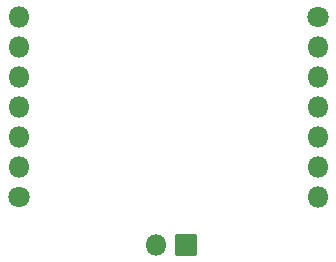
<source format=gbr>
%TF.GenerationSoftware,KiCad,Pcbnew,(6.0.1)*%
%TF.CreationDate,2022-12-10T14:53:13+08:00*%
%TF.ProjectId,ESP32_Adapter 2,45535033-325f-4416-9461-707465722032,rev?*%
%TF.SameCoordinates,Original*%
%TF.FileFunction,Soldermask,Bot*%
%TF.FilePolarity,Negative*%
%FSLAX46Y46*%
G04 Gerber Fmt 4.6, Leading zero omitted, Abs format (unit mm)*
G04 Created by KiCad (PCBNEW (6.0.1)) date 2022-12-10 14:53:13*
%MOMM*%
%LPD*%
G01*
G04 APERTURE LIST*
G04 Aperture macros list*
%AMRoundRect*
0 Rectangle with rounded corners*
0 $1 Rounding radius*
0 $2 $3 $4 $5 $6 $7 $8 $9 X,Y pos of 4 corners*
0 Add a 4 corners polygon primitive as box body*
4,1,4,$2,$3,$4,$5,$6,$7,$8,$9,$2,$3,0*
0 Add four circle primitives for the rounded corners*
1,1,$1+$1,$2,$3*
1,1,$1+$1,$4,$5*
1,1,$1+$1,$6,$7*
1,1,$1+$1,$8,$9*
0 Add four rect primitives between the rounded corners*
20,1,$1+$1,$2,$3,$4,$5,0*
20,1,$1+$1,$4,$5,$6,$7,0*
20,1,$1+$1,$6,$7,$8,$9,0*
20,1,$1+$1,$8,$9,$2,$3,0*%
G04 Aperture macros list end*
%ADD10C,1.800000*%
%ADD11O,1.800000X1.800000*%
%ADD12RoundRect,0.050000X-0.850000X0.850000X-0.850000X-0.850000X0.850000X-0.850000X0.850000X0.850000X0*%
G04 APERTURE END LIST*
D10*
%TO.C,MNT2*%
X86360000Y-43180000D03*
D11*
X86360000Y-45720000D03*
X86360000Y-48260000D03*
X86360000Y-50800000D03*
X86360000Y-53340000D03*
X86360000Y-55880000D03*
X86360000Y-58420000D03*
%TD*%
D12*
%TO.C,J1*%
X75184000Y-62462500D03*
D11*
X72644000Y-62462500D03*
%TD*%
D10*
%TO.C,MNT1*%
X61040500Y-58400000D03*
D11*
X61040500Y-55860000D03*
X61040500Y-53320000D03*
X61040500Y-50780000D03*
X61040500Y-48240000D03*
X61040500Y-45700000D03*
X61040500Y-43160000D03*
%TD*%
M02*

</source>
